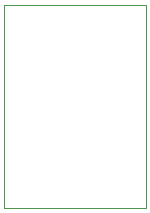
<source format=gm1>
G04 #@! TF.GenerationSoftware,KiCad,Pcbnew,(6.0.8)*
G04 #@! TF.CreationDate,2023-04-21T16:45:31+02:00*
G04 #@! TF.ProjectId,15_XCAN,31355f58-4341-44e2-9e6b-696361645f70,rev?*
G04 #@! TF.SameCoordinates,Original*
G04 #@! TF.FileFunction,Profile,NP*
%FSLAX46Y46*%
G04 Gerber Fmt 4.6, Leading zero omitted, Abs format (unit mm)*
G04 Created by KiCad (PCBNEW (6.0.8)) date 2023-04-21 16:45:31*
%MOMM*%
%LPD*%
G01*
G04 APERTURE LIST*
G04 #@! TA.AperFunction,Profile*
%ADD10C,0.050000*%
G04 #@! TD*
G04 APERTURE END LIST*
D10*
X113665000Y-78105000D02*
X101600000Y-78105000D01*
X101600000Y-62230000D02*
X101600000Y-60960000D01*
X101600000Y-74930000D02*
X101600000Y-72390000D01*
X113665000Y-60960000D02*
X113665000Y-62230000D01*
X101600000Y-72390000D02*
X101600000Y-62230000D01*
X101600000Y-60960000D02*
X113665000Y-60960000D01*
X113665000Y-62230000D02*
X113665000Y-64770000D01*
X113665000Y-78105000D02*
X113665000Y-64770000D01*
X101600000Y-78105000D02*
X101600000Y-74930000D01*
M02*

</source>
